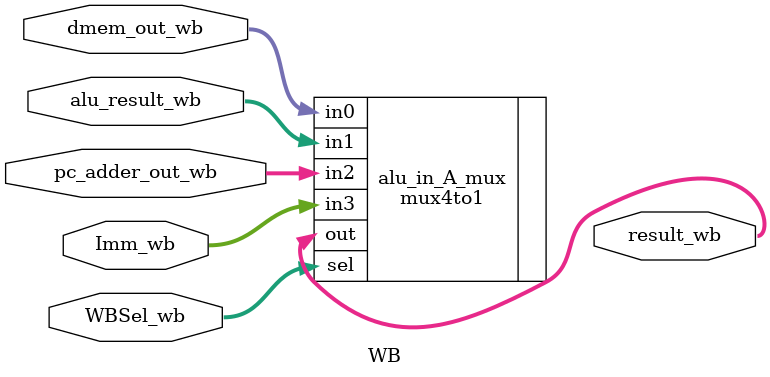
<source format=v>
module WB (

    input wire [31:0] alu_result_wb,
    input wire [31:0] dmem_out_wb,
    input wire [31:0] pc_adder_out_wb,
    input wire [31:0] Imm_wb,
    input wire [1:0] WBSel_wb,
    output wire [31:0] result_wb
);

// ------------------------------ Write Back LOGIC STARTS HERE -----------------------------------//

    // Mux at WB stage
    mux4to1 #(32) alu_in_A_mux (
        .sel(WBSel_wb),
        .in0(dmem_out_wb),        
        .in1(alu_result_wb),
        .in2(pc_adder_out_wb),
        .in3(Imm_wb),
        .out(result_wb)
    );

// ------------------------------ Write Back LOGIC STARTS HERE -----------------------------------//

endmodule
</source>
